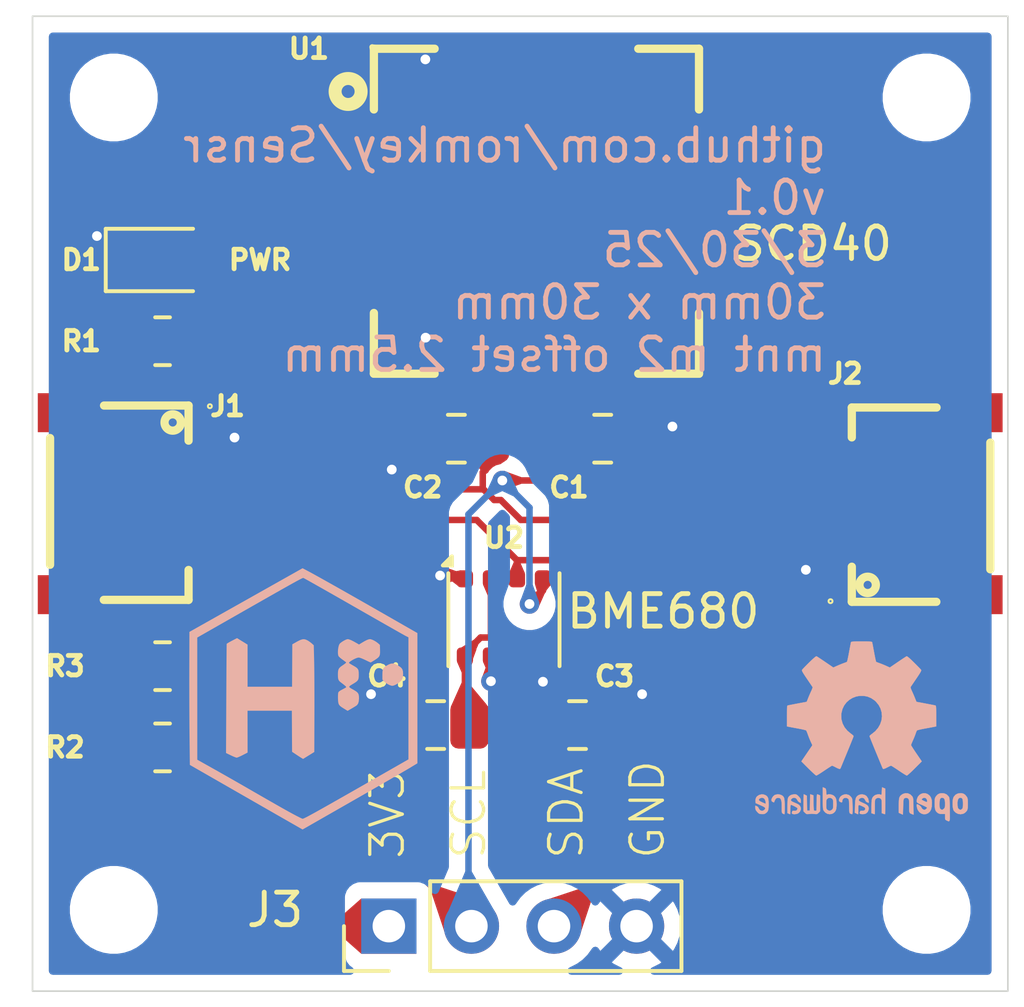
<source format=kicad_pcb>
(kicad_pcb (version 20241229) (generator "pcbnew") (generator_version "9.0")
  (layers (0 "F.Cu" signal) (2 "B.Cu" signal) (13 "F.Paste" user) (15 "B.Paste" user) (5 "F.SilkS" user "F.Silkscreen") (7 "B.SilkS" user "B.Silkscreen") (1 "F.Mask" user) (3 "B.Mask" user) (25 "Edge.Cuts" user))
  (net 0 "")
  (net 1 "GND")
  (net 2 "+3.3V")
  (net 3 "+3V3")
  (net 4 "Net-(D1-A)")
  (net 5 "/SCL")
  (net 7 "/SDA")
  (footprint "Resistor_SMD:R_0805_2012Metric_Pad1.20x1.40mm_HandSolder" (layer "F.Cu") (at 24 40)
    (property "Reference" "R3" (at -3 0 0) (layer "F.SilkS") (effects (font (size 0.6 0.6))))
    (property "Value" "4.7K" (hide yes))
    (pad "1" smd roundrect (at -1 0) (size 1.2 1.4) (layers "F.Cu" "F.Mask" "F.Paste") (roundrect_rratio 0.208333) (net 3 "+3V3"))
    (pad "2" smd roundrect (at 1 0) (size 1.2 1.4) (layers "F.Cu" "F.Mask" "F.Paste") (roundrect_rratio 0.208333) (net 7 "/SDA"))
  )
  (footprint "Package_LGA:Bosch_LGA-8_3x3mm_P0.8mm_ClockwisePinNumbering" (layer "F.Cu") (at 34.5 38.5)
    (property "Reference" "U2" (at 0 -2.45 0) (layer "F.SilkS") (effects (font (size 0.6 0.6))))
    (property "Value" "BME680" (at 4.9 -0.1875 0) (layer "F.SilkS"))
    (pad "1" smd roundrect (at -1.2 -1.1875) (size 0.5 0.525) (layers "F.Cu" "F.Mask" "F.Paste") (net 1 "GND"))
    (pad "2" smd roundrect (at -0.4 -1.1875) (size 0.5 0.525) (layers "F.Cu" "F.Mask" "F.Paste") (net 2 "+3.3V"))
    (pad "3" smd roundrect (at 0.4 -1.1875) (size 0.5 0.525) (layers "F.Cu" "F.Mask" "F.Paste") (net 7 "/SDA"))
    (pad "4" smd roundrect (at 1.2 -1.1875) (size 0.5 0.525) (layers "F.Cu" "F.Mask" "F.Paste") (net 5 "/SCL"))
    (pad "5" smd roundrect (at 1.2 1.1875) (size 0.5 0.525) (layers "F.Cu" "F.Mask" "F.Paste") (net 1 "GND"))
    (pad "6" smd roundrect (at 0.4 1.1875) (size 0.5 0.525) (layers "F.Cu" "F.Mask" "F.Paste") (net 2 "+3.3V"))
    (pad "7" smd roundrect (at -0.4 1.1875) (size 0.5 0.525) (layers "F.Cu" "F.Mask" "F.Paste") (net 1 "GND"))
    (pad "8" smd roundrect (at -1.2 1.1875) (size 0.5 0.525) (layers "F.Cu" "F.Mask" "F.Paste") (net 2 "+3.3V"))
  )
  (footprint "MountingHole:MountingHole_2.2mm_M2" (layer "F.Cu") (at 22.5 22.5)
    (property "Reference" "M1" (hide yes))
    (property "Value" "MountingHole_2.2mm_M2" (hide yes))
    (pad "" np_thru_hole circle (at 0 0) (size 2.2 2.2) (drill 2.2) (layers "*.Cu" "*.Mask"))
  )
  (footprint "footprint:LGA-20_L10.1-W10.1-P1.25-TL" (layer "F.Cu") (at 35.5 26)
    (property "Reference" "U1" (at -7 -5 0) (layer "F.SilkS") (effects (font (size 0.6 0.6))))
    (property "Value" "SCD40" (at 8.5 1 0) (layer "F.SilkS"))
    (pad "1" smd rect (at -4.350089 -2.500102) (size 2.2 0.8) (layers "F.Cu" "F.Mask" "F.Paste"))
    (pad "2" smd rect (at -4.350089 -1.249911) (size 2.2 0.8) (layers "F.Cu" "F.Mask" "F.Paste"))
    (pad "3" smd rect (at -4.350089 0.000025) (size 2.2 0.8) (layers "F.Cu" "F.Mask" "F.Paste"))
    (pad "4" smd rect (at -4.350089 1.249962) (size 2.2 0.8) (layers "F.Cu" "F.Mask" "F.Paste"))
    (pad "5" smd rect (at -4.350089 2.499898) (size 2.2 0.8) (layers "F.Cu" "F.Mask" "F.Paste"))
    (pad "6" smd rect (at -2.499949 4.350038 90) (size 2.2 0.8) (layers "F.Cu" "F.Mask" "F.Paste") (net 1 "GND"))
    (pad "7" smd rect (at -1.250013 4.350038 90) (size 2.2 0.8) (layers "F.Cu" "F.Mask" "F.Paste") (net 3 "+3V3"))
    (pad "8" smd rect (at -0.000076 4.350038 90) (size 2.2 0.8) (layers "F.Cu" "F.Mask" "F.Paste"))
    (pad "9" smd rect (at 1.250114 4.350038 90) (size 2.2 0.8) (layers "F.Cu" "F.Mask" "F.Paste") (net 5 "/SCL"))
    (pad "10" smd rect (at 2.500051 4.350038 90) (size 2.2 0.8) (layers "F.Cu" "F.Mask" "F.Paste") (net 7 "/SDA"))
    (pad "11" smd rect (at 4.349936 2.499898 180) (size 2.2 0.8) (layers "F.Cu" "F.Mask" "F.Paste"))
    (pad "12" smd rect (at 4.349936 1.249962 180) (size 2.2 0.8) (layers "F.Cu" "F.Mask" "F.Paste"))
    (pad "13" smd rect (at 4.349936 0.000025 180) (size 2.2 0.8) (layers "F.Cu" "F.Mask" "F.Paste"))
    (pad "14" smd rect (at 4.349936 -1.249911 180) (size 2.2 0.8) (layers "F.Cu" "F.Mask" "F.Paste"))
    (pad "15" smd rect (at 4.349936 -2.500102 180) (size 2.2 0.8) (layers "F.Cu" "F.Mask" "F.Paste"))
    (pad "16" smd rect (at 2.500051 -4.349987 270) (size 2.2 0.8) (layers "F.Cu" "F.Mask" "F.Paste"))
    (pad "17" smd rect (at 1.250114 -4.349987 270) (size 2.2 0.8) (layers "F.Cu" "F.Mask" "F.Paste"))
    (pad "18" smd rect (at -0.000076 -4.349987 270) (size 2.2 0.8) (layers "F.Cu" "F.Mask" "F.Paste"))
    (pad "19" smd rect (at -1.250013 -4.349987 270) (size 2.2 0.8) (layers "F.Cu" "F.Mask" "F.Paste") (net 3 "+3V3"))
    (pad "20" smd rect (at -2.499949 -4.349987 270) (size 2.2 0.8) (layers "F.Cu" "F.Mask" "F.Paste") (net 1 "GND"))
    (pad "21" smd rect (at -0.000076 0.000025 270) (size 4.8 4.8) (layers "F.Cu" "F.Mask" "F.Paste") (net 1 "GND"))
  )
  (footprint "MountingHole:MountingHole_2.2mm_M2" (layer "F.Cu") (at 47.5 47.5)
    (property "Reference" "M4" (hide yes))
    (property "Value" "MountingHole_2.2mm_M2" (hide yes))
    (pad "" np_thru_hole circle (at 0 0) (size 2.2 2.2) (drill 2.2) (layers "*.Cu" "*.Mask"))
  )
  (footprint "Capacitor_SMD:C_0805_2012Metric_Pad1.18x1.45mm_HandSolder" (layer "F.Cu") (at 32.4 41.8125 180)
    (property "Reference" "C4" (at 1.5 1.5 0) (layer "F.SilkS") (effects (font (size 0.6 0.6))))
    (property "Value" "10µF" (hide yes))
    (pad "1" smd roundrect (at -1.0375 0 180) (size 1.175 1.45) (layers "F.Cu" "F.Mask" "F.Paste") (roundrect_rratio 0.212766) (net 2 "+3.3V"))
    (pad "2" smd roundrect (at 1.0375 0 180) (size 1.175 1.45) (layers "F.Cu" "F.Mask" "F.Paste") (roundrect_rratio 0.212766) (net 1 "GND"))
  )
  (footprint "MountingHole:MountingHole_2.2mm_M2" (layer "F.Cu") (at 47.5 22.5)
    (property "Reference" "M2" (hide yes))
    (property "Value" "MountingHole_2.2mm_M2" (hide yes))
    (pad "" np_thru_hole circle (at 0 0) (size 2.2 2.2) (drill 2.2) (layers "*.Cu" "*.Mask"))
  )
  (footprint "Capacitor_SMD:C_0805_2012Metric_Pad1.18x1.45mm_HandSolder" (layer "F.Cu") (at 37.5375 33)
    (property "Reference" "C1" (at -1.0375 1.5 0) (layer "F.SilkS") (effects (font (size 0.6 0.6))))
    (property "Value" "100nF" (hide yes))
    (pad "1" smd roundrect (at -1.0375 0) (size 1.175 1.45) (layers "F.Cu" "F.Mask" "F.Paste") (roundrect_rratio 0.212766) (net 3 "+3V3"))
    (pad "2" smd roundrect (at 1.0375 0) (size 1.175 1.45) (layers "F.Cu" "F.Mask" "F.Paste") (roundrect_rratio 0.212766) (net 1 "GND"))
  )
  (footprint "Resistor_SMD:R_0805_2012Metric_Pad1.20x1.40mm_HandSolder" (layer "F.Cu") (at 24 30)
    (property "Reference" "R1" (at -2.5 0 0) (layer "F.SilkS") (effects (font (size 0.6 0.6))))
    (property "Value" "10K" (hide yes))
    (pad "1" smd roundrect (at -1 0) (size 1.2 1.4) (layers "F.Cu" "F.Mask" "F.Paste") (roundrect_rratio 0.208333) (net 3 "+3V3"))
    (pad "2" smd roundrect (at 1 0) (size 1.2 1.4) (layers "F.Cu" "F.Mask" "F.Paste") (roundrect_rratio 0.208333) (net 4 "Net-(D1-A)"))
  )
  (footprint "MountingHole:MountingHole_2.2mm_M2" (layer "F.Cu") (at 22.5 47.5)
    (property "Reference" "M3" (hide yes))
    (property "Value" "MountingHole_2.2mm_M2" (hide yes))
    (pad "" np_thru_hole circle (at 0 0) (size 2.2 2.2) (drill 2.2) (layers "*.Cu" "*.Mask"))
  )
  (footprint "LED_SMD:LED_0805_2012Metric" (layer "F.Cu") (at 23.9375 27.5)
    (property "Reference" "D1" (at -2.4375 0 0) (layer "F.SilkS") (effects (font (size 0.6 0.6))))
    (property "Value" "PWR" (at 3.0625 0 0) (layer "F.SilkS") (effects (font (size 0.6 0.6))))
    (pad "1" smd roundrect (at -0.9375 0) (size 0.975 1.4) (layers "F.Cu" "F.Mask" "F.Paste") (net 1 "GND"))
    (pad "2" smd roundrect (at 0.9375 0) (size 0.975 1.4) (layers "F.Cu" "F.Mask" "F.Paste") (net 4 "Net-(D1-A)"))
  )
  (footprint "Resistor_SMD:R_0805_2012Metric_Pad1.20x1.40mm_HandSolder" (layer "F.Cu") (at 24 42.5)
    (property "Reference" "R2" (at -3 0 0) (layer "F.SilkS") (effects (font (size 0.6 0.6))))
    (property "Value" "4.7K" (hide yes))
    (pad "1" smd roundrect (at -1 0) (size 1.2 1.4) (layers "F.Cu" "F.Mask" "F.Paste") (roundrect_rratio 0.208333) (net 3 "+3V3"))
    (pad "2" smd roundrect (at 1 0) (size 1.2 1.4) (layers "F.Cu" "F.Mask" "F.Paste") (roundrect_rratio 0.208333) (net 5 "/SCL"))
  )
  (footprint "Capacitor_SMD:C_0805_2012Metric_Pad1.18x1.45mm_HandSolder" (layer "F.Cu") (at 33.0375 33 180)
    (property "Reference" "C2" (at 1.0375 -1.5 0) (layer "F.SilkS") (effects (font (size 0.6 0.6))))
    (property "Value" "10µF" (hide yes))
    (pad "1" smd roundrect (at -1.0375 0 180) (size 1.175 1.45) (layers "F.Cu" "F.Mask" "F.Paste") (roundrect_rratio 0.212766) (net 3 "+3V3"))
    (pad "2" smd roundrect (at 1.0375 0 180) (size 1.175 1.45) (layers "F.Cu" "F.Mask" "F.Paste") (roundrect_rratio 0.212766) (net 1 "GND"))
  )
  (footprint "Capacitor_SMD:C_0805_2012Metric_Pad1.18x1.45mm_HandSolder" (layer "F.Cu") (at 36.7625 41.8125)
    (property "Reference" "C3" (at 1.1375 -1.5 0) (layer "F.SilkS") (effects (font (size 0.6 0.6))))
    (property "Value" "47nF" (hide yes))
    (pad "1" smd roundrect (at -1.0375 0) (size 1.175 1.45) (layers "F.Cu" "F.Mask" "F.Paste") (roundrect_rratio 0.212766) (net 2 "+3.3V"))
    (pad "2" smd roundrect (at 1.0375 0) (size 1.175 1.45) (layers "F.Cu" "F.Mask" "F.Paste") (roundrect_rratio 0.212766) (net 1 "GND"))
  )
  (footprint "footprint:CONN-SMD_4P-P1.00_SM04B-SRSS-TB-LF-SN" (layer "F.Cu") (at 23 35 -90)
    (property "Reference" "J1" (at -3 -3 0) (layer "F.SilkS") (effects (font (size 0.6 0.6))))
    (property "Value" "SM04B-SRSS-TB_(LF)(SN)" (hide yes))
    (pad "1" smd rect (at -1.499873 -1.938024 270) (size 0.6 1.550013) (layers "F.Cu" "F.Mask" "F.Paste") (net 1 "GND"))
    (pad "2" smd rect (at -0.499873 -1.938024 270) (size 0.6 1.550013) (layers "F.Cu" "F.Mask" "F.Paste") (net 3 "+3V3"))
    (pad "3" smd rect (at 0.500381 -1.937516 270) (size 0.6 1.550013) (layers "F.Cu" "F.Mask" "F.Paste") (net 7 "/SDA"))
    (pad "4" smd rect (at 1.500381 -1.937516 270) (size 0.6 1.550013) (layers "F.Cu" "F.Mask" "F.Paste") (net 5 "/SCL"))
    (pad "5" smd rect (at 2.800102 1.938024 270) (size 1.2 1.8) (layers "F.Cu" "F.Mask" "F.Paste"))
    (pad "6" smd rect (at -2.800102 1.937516 270) (size 1.2 1.8) (layers "F.Cu" "F.Mask" "F.Paste"))
  )
  (footprint "footprint:CONN-SMD_4P-P1.00_SM04B-SRSS-TB-LF-SN" (layer "F.Cu") (at 47 35 90)
    (property "Reference" "J2" (at 4 -2 0) (layer "F.SilkS") (effects (font (size 0.6 0.6))))
    (property "Value" "SM04B-SRSS-TB_(LF)(SN)" (hide yes))
    (pad "1" smd rect (at -1.499873 -1.938024 90) (size 0.6 1.550013) (layers "F.Cu" "F.Mask" "F.Paste") (net 1 "GND"))
    (pad "2" smd rect (at -0.499873 -1.938024 90) (size 0.6 1.550013) (layers "F.Cu" "F.Mask" "F.Paste") (net 3 "+3V3"))
    (pad "3" smd rect (at 0.500381 -1.937516 90) (size 0.6 1.550013) (layers "F.Cu" "F.Mask" "F.Paste") (net 7 "/SDA"))
    (pad "4" smd rect (at 1.500381 -1.937516 90) (size 0.6 1.550013) (layers "F.Cu" "F.Mask" "F.Paste") (net 5 "/SCL"))
    (pad "5" smd rect (at 2.800102 1.938024 90) (size 1.2 1.8) (layers "F.Cu" "F.Mask" "F.Paste"))
    (pad "6" smd rect (at -2.800102 1.937516 90) (size 1.2 1.8) (layers "F.Cu" "F.Mask" "F.Paste"))
  )
  (footprint "Connector_PinHeader_2.54mm:PinHeader_1x04_P2.54mm_Vertical" (layer "F.Cu") (at 30.96 48 90)
    (property "Reference" "J3" (at 0.5 -3.5 0) (layer "F.SilkS"))
    (property "Value" "Conn_01x04_Pin" (hide yes))
    (pad "1" thru_hole rect (at 0 0 90) (size 1.7 1.7) (drill 1) (layers "*.Cu" "*.Mask") (net 3 "+3V3"))
    (pad "2" thru_hole circle (at 0 2.54 90) (size 1.7 1.7) (drill 1) (layers "*.Cu" "*.Mask") (net 5 "/SCL"))
    (pad "3" thru_hole circle (at 0 5.08 90) (size 1.7 1.7) (drill 1) (layers "*.Cu" "*.Mask") (net 7 "/SDA"))
    (pad "4" thru_hole circle (at 0 7.62 90) (size 1.7 1.7) (drill 1) (layers "*.Cu" "*.Mask") (net 1 "GND"))
  )
  (footprint "1myFootprints:CTRLH Logo" (layer "B.Cu") (at 28.5 41 180)
    (property "Reference" "REF**" (hide yes))
    (property "Value" "CTRLH Logo" (hide yes))
  )
  (footprint "1myFootprints:OSHW-Logo2_7.3x6mm_SilkScreen" (layer "B.Cu") (at 45.5 42 180)
    (property "Reference" "REF**" (hide yes))
    (property "Value" "OSHW-Logo2_7.3x6mm_SilkScreen" (hide yes))
  )
  (gr_rect (start 20 20) (end 50 50) (stroke (width 0.05)) (fill no) (layer "Edge.Cuts"))
  (gr_text "3V3" (at 31.5 46 90) (layer "F.SilkS") (effects (font (size 1 1) (thickness 0.1)) (justify left bottom)))
  (gr_text "SDA" (at 37 46 90) (layer "F.SilkS") (effects (font (size 1 1) (thickness 0.1)) (justify left bottom)))
  (gr_text "GND\n" (at 39.5 46 90) (layer "F.SilkS") (effects (font (size 1 1) (thickness 0.1)) (justify left bottom)))
  (gr_text "SCL" (at 34 46 90) (layer "F.SilkS") (effects (font (size 1 1) (thickness 0.1)) (justify left bottom)))
  (gr_text "github.com/romkey/Sensr\nv0.1\n3/30/25\n30mm x 30mm\nmnt m2 offset 2.5mm" (at 44.5 31 -0) (layer "B.SilkS") (effects (font (size 1 1)) (justify left bottom mirror)))
  (segment (start 32.091 29.8907) (end 32.5408 29.8907) (width 0.2) (layer "F.Cu") (net 1))
  (segment (start 38.9494 32.6256) (end 38.575 33) (width 0.2) (layer "F.Cu") (net 1))
  (segment (start 43.9853 36.8354) (end 43.9853 36.4999) (width 0.2) (layer "F.Cu") (net 1))
  (segment (start 34.1 39.6875) (end 34.1 40.463) (width 0.2) (layer "F.Cu") (net 1))
  (segment (start 43.7863 37.0344) (end 43.9853 36.8354) (width 0.2) (layer "F.Cu") (net 1))
  (segment (start 32.5408 29.8907) (end 35.4999 26.9316) (width 0.2) (layer "F.Cu") (net 1))
  (segment (start 33.1991 37.2116) (end 33.3 37.3125) (width 0.2) (layer "F.Cu") (net 1))
  (segment (start 45.062 36.4999) (end 43.9853 36.4999) (width 0.2) (layer "F.Cu") (net 1))
  (segment (start 38.75 40.8625) (end 37.8 41.8125) (width 0.2) (layer "F.Cu") (net 1))
  (segment (start 32.0835 21.3275) (end 32.6776 21.3275) (width 0.2) (layer "F.Cu") (net 1))
  (segment (start 24.938 33.5001) (end 26.0147 33.5001) (width 0.2) (layer "F.Cu") (net 1))
  (segment (start 22.2632 26.7632) (end 23 27.5) (width 0.2) (layer "F.Cu") (net 1))
  (segment (start 21.9813 26.7632) (end 22.2632 26.7632) (width 0.2) (layer "F.Cu") (net 1))
  (segment (start 26.2138 32.9652) (end 26.0147 33.1643) (width 0.2) (layer "F.Cu") (net 1))
  (segment (start 26.0147 33.1643) (end 26.0147 33.5001) (width 0.2) (layer "F.Cu") (net 1))
  (segment (start 32.6776 21.3275) (end 33.0001 21.65) (width 0.2) (layer "F.Cu") (net 1))
  (segment (start 35.4999 26.9316) (end 35.4999 26) (width 0.2) (layer "F.Cu") (net 1))
  (segment (start 35.7 39.6875) (end 35.7 40.4793) (width 0.2) (layer "F.Cu") (net 1))
  (segment (start 32.5367 37.2116) (end 33.1991 37.2116) (width 0.2) (layer "F.Cu") (net 1))
  (segment (start 31.0498 33.9502) (end 32 33) (width 0.2) (layer "F.Cu") (net 1))
  (segment (start 39.6827 32.6256) (end 38.9494 32.6256) (width 0.2) (layer "F.Cu") (net 1))
  (segment (start 32.5408 29.8907) (end 33.0001 30.35) (width 0.2) (layer "F.Cu") (net 1))
  (segment (start 30.4125 40.8625) (end 31.3625 41.8125) (width 0.2) (layer "F.Cu") (net 1))
  (via (at 34.1 40.463) (size 0.6) (drill 0.3) (layers "F.Cu" "B.Cu") (net 1))
  (via (at 35.7 40.4793) (size 0.6) (drill 0.3) (layers "F.Cu" "B.Cu") (net 1))
  (via (at 38.75 40.8625) (size 0.6) (drill 0.3) (layers "F.Cu" "B.Cu") (net 1))
  (via (at 31.0498 33.9502) (size 0.6) (drill 0.3) (layers "F.Cu" "B.Cu") (net 1))
  (via (at 43.7863 37.0344) (size 0.6) (drill 0.3) (layers "F.Cu" "B.Cu") (net 1))
  (via (at 32.5367 37.2116) (size 0.6) (drill 0.3) (layers "F.Cu" "B.Cu") (net 1))
  (via (at 21.9813 26.7632) (size 0.6) (drill 0.3) (layers "F.Cu" "B.Cu") (net 1))
  (via (at 32.0835 21.3275) (size 0.6) (drill 0.3) (layers "F.Cu" "B.Cu") (net 1))
  (via (at 26.2138 32.9652) (size 0.6) (drill 0.3) (layers "F.Cu" "B.Cu") (net 1))
  (via (at 39.6827 32.6256) (size 0.6) (drill 0.3) (layers "F.Cu" "B.Cu") (net 1))
  (via (at 32.091 29.8907) (size 0.6) (drill 0.3) (layers "F.Cu" "B.Cu") (net 1))
  (via (at 30.4125 40.8625) (size 0.6) (drill 0.3) (layers "F.Cu" "B.Cu") (net 1))
  (segment (start 33.3 39.6875) (end 33.3 41.675) (width 0.2) (layer "F.Cu") (net 2))
  (segment (start 34.1 39.1193) (end 33.7805 39.1193) (width 0.2) (layer "F.Cu") (net 2))
  (segment (start 34.4678 39.1193) (end 34.1 39.1193) (width 0.2) (layer "F.Cu") (net 2))
  (segment (start 33.7805 39.1193) (end 33.3 39.5998) (width 0.2) (layer "F.Cu") (net 2))
  (segment (start 34.9 39.6875) (end 34.9 39.5515) (width 0.2) (layer "F.Cu") (net 2))
  (segment (start 34.1 39.1193) (end 34.1 37.3125) (width 0.2) (layer "F.Cu") (net 2))
  (segment (start 35.725 41.8125) (end 33.4375 41.8125) (width 0.2) (layer "F.Cu") (net 2))
  (segment (start 34.9 39.5515) (end 34.4678 39.1193) (width 0.2) (layer "F.Cu") (net 2))
  (segment (start 33.3 39.5998) (end 33.3 39.6875) (width 0.2) (layer "F.Cu") (net 2))
  (segment (start 33.3 41.675) (end 33.4375 41.8125) (width 0.2) (layer "F.Cu") (net 2))
  (segment (start 34.25 32.825) (end 34.25 30.35) (width 0.2) (layer "F.Cu") (net 3))
  (segment (start 34.25 21.65) (end 34.25 23.0517) (width 0.2) (layer "F.Cu") (net 3))
  (segment (start 34.2011 34.8879) (end 34.4053 34.8879) (width 0.2) (layer "F.Cu") (net 3))
  (segment (start 33.8485 34.5353) (end 33.8708 34.5576) (width 0.2) (layer "F.Cu") (net 3))
  (segment (start 34.075 33.8106) (end 33.8485 34.0371) (width 0.2) (layer "F.Cu") (net 3))
  (segment (start 37.7783 28.9483) (end 34.25 28.9483) (width 0.2) (layer "F.Cu") (net 3))
  (segment (start 38.2016 23.475) (end 38.2016 28.525) (width 0.2) (layer "F.Cu") (net 3))
  (segment (start 28.5 48) (end 30.96 48) (width 0.2) (layer "F.Cu") (net 3))
  (segment (start 24.938 34.5001) (end 26.0147 34.5001) (width 0.2) (layer "F.Cu") (net 3))
  (segment (start 23 40) (end 23 35.3614) (width 0.2) (layer "F.Cu") (net 3))
  (segment (start 24.938 34.5001) (end 23.8613 34.5001) (width 0.2) (layer "F.Cu") (net 3))
  (segment (start 23 33.6388) (end 23.8613 34.5001) (width 0.2) (layer "F.Cu") (net 3))
  (segment (start 34.25 32.825) (end 34.075 33) (width 0.2) (layer "F.Cu") (net 3))
  (segment (start 34.25 32.825) (end 36.325 32.825) (width 0.2) (layer "F.Cu") (net 3))
  (segment (start 33.8485 34.0371) (end 33.8485 34.5353) (width 0.2) (layer "F.Cu") (net 3))
  (segment (start 23 30) (end 23 33.6388) (width 0.2) (layer "F.Cu") (net 3))
  (segment (start 36.325 32.825) (end 36.5 33) (width 0.2) (layer "F.Cu") (net 3))
  (segment (start 38.2016 28.525) (end 37.7783 28.9483) (width 0.2) (layer "F.Cu") (net 3))
  (segment (start 34.25 23.0517) (end 37.7783 23.0517) (width 0.2) (layer "F.Cu") (net 3))
  (segment (start 26.0147 34.5001) (end 26.0722 34.5576) (width 0.2) (layer "F.Cu") (net 3))
  (segment (start 37.7783 23.0517) (end 38.2016 23.475) (width 0.2) (layer "F.Cu") (net 3))
  (segment (start 34.4053 34.8879) (end 35.0173 35.4999) (width 0.2) (layer "F.Cu") (net 3))
  (segment (start 23 40) (end 23 42.5) (width 0.2) (layer "F.Cu") (net 3))
  (segment (start 35.0173 35.4999) (end 45.062 35.4999) (width 0.2) (layer "F.Cu") (net 3))
  (segment (start 26.0722 34.5576) (end 33.8708 34.5576) (width 0.2) (layer "F.Cu") (net 3))
  (segment (start 34.075 33) (end 34.075 33.8106) (width 0.2) (layer "F.Cu") (net 3))
  (segment (start 33.8708 34.5576) (end 34.2011 34.8879) (width 0.2) (layer "F.Cu") (net 3))
  (segment (start 34.25 30.35) (end 34.25 28.9483) (width 0.2) (layer "F.Cu") (net 3))
  (segment (start 23 35.3614) (end 23.8613 34.5001) (width 0.2) (layer "F.Cu") (net 3))
  (segment (start 23 42.5) (end 28.5 48) (width 0.2) (layer "F.Cu") (net 3))
  (segment (start 24.875 27.5) (end 25 27.625) (width 0.2) (layer "F.Cu") (net 4))
  (segment (start 25 27.625) (end 25 30) (width 0.2) (layer "F.Cu") (net 4))
  (segment (start 36.7501 30.35) (end 36.7501 31.7517) (width 0.2) (layer "F.Cu") (net 5))
  (segment (start 39.6694 33.4996) (end 39.1413 34.0277) (width 0.2) (layer "F.Cu") (net 5))
  (segment (start 45.0625 33.4996) (end 39.6694 33.4996) (width 0.2) (layer "F.Cu") (net 5))
  (segment (start 35.7 37.6738) (end 35.2865 38.0873) (width 0.2) (layer "F.Cu") (net 5))
  (segment (start 35.7 37.3125) (end 35.7 37.6738) (width 0.2) (layer "F.Cu") (net 5))
  (segment (start 37.1248 34.2862) (end 37.6791 33.7319) (width 0.2) (layer "F.Cu") (net 5))
  (segment (start 37.6791 33.7319) (end 37.6791 32.4933) (width 0.2) (layer "F.Cu") (net 5))
  (segment (start 26.0142 36.5004) (end 26.0142 41.4858) (width 0.2) (layer "F.Cu") (net 5))
  (segment (start 34.4502 34.2862) (end 37.1248 34.2862) (width 0.2) (layer "F.Cu") (net 5))
  (segment (start 26.0142 41.4858) (end 25 42.5) (width 0.2) (layer "F.Cu") (net 5))
  (segment (start 28 42.5) (end 33.5 48) (width 0.2) (layer "F.Cu") (net 5))
  (segment (start 36.9375 31.7517) (end 36.7501 31.7517) (width 0.2) (layer "F.Cu") (net 5))
  (segment (start 24.9375 36.5004) (end 26.0142 36.5004) (width 0.2) (layer "F.Cu") (net 5))
  (segment (start 39.1413 34.0277) (end 37.9749 34.0277) (width 0.2) (layer "F.Cu") (net 5))
  (segment (start 37.6791 32.4933) (end 36.9375 31.7517) (width 0.2) (layer "F.Cu") (net 5))
  (segment (start 25 42.5) (end 28 42.5) (width 0.2) (layer "F.Cu") (net 5))
  (segment (start 37.9749 34.0277) (end 37.6791 33.7319) (width 0.2) (layer "F.Cu") (net 5))
  (via (at 34.4502 34.2862) (size 0.6) (drill 0.3) (layers "F.Cu" "B.Cu") (net 5))
  (via (at 35.2865 38.0873) (size 0.6) (drill 0.3) (layers "F.Cu" "B.Cu") (net 5))
  (segment (start 33.4092 47.9092) (end 33.4092 35.3272) (width 0.2) (layer "B.Cu") (net 5))
  (segment (start 35.2865 35.1225) (end 35.2865 38.0873) (width 0.2) (layer "B.Cu") (net 5))
  (segment (start 33.4092 35.3272) (end 34.4502 34.2862) (width 0.2) (layer "B.Cu") (net 5))
  (segment (start 34.4502 34.2862) (end 35.2865 35.1225) (width 0.2) (layer "B.Cu") (net 5))
  (segment (start 33.5 48) (end 33.4092 47.9092) (width 0.2) (layer "B.Cu") (net 5))
  (segment (start 46.1392 33.0263) (end 46.1392 34.4996) (width 0.2) (layer "F.Cu") (net 7))
  (segment (start 44.8646 31.7517) (end 46.1392 33.0263) (width 0.2) (layer "F.Cu") (net 7))
  (segment (start 34.9 36.7382) (end 34.9 37.3125) (width 0.2) (layer "F.Cu") (net 7))
  (segment (start 46.1392 36.9979) (end 46.1392 34.4996) (width 0.2) (layer "F.Cu") (net 7))
  (segment (start 43.4416 37.6552) (end 43.4416 40.5984) (width 0.2) (layer "F.Cu") (net 7))
  (segment (start 25 40) (end 23.8608 38.8608) (width 0.2) (layer "F.Cu") (net 7))
  (segment (start 33.6622 35.5004) (end 34.9 36.7382) (width 0.2) (layer "F.Cu") (net 7))
  (segment (start 45.4819 37.6552) (end 46.1392 36.9979) (width 0.2) (layer "F.Cu") (net 7))
  (segment (start 24.9375 35.5004) (end 33.6622 35.5004) (width 0.2) (layer "F.Cu") (net 7))
  (segment (start 43.4416 37.6552) (end 45.4819 37.6552) (width 0.2) (layer "F.Cu") (net 7))
  (segment (start 38.0001 30.35) (end 38.0001 31.7517) (width 0.2) (layer "F.Cu") (net 7))
  (segment (start 23.8608 38.8608) (end 23.8608 35.5004) (width 0.2) (layer "F.Cu") (net 7))
  (segment (start 42.5246 36.7382) (end 43.4416 37.6552) (width 0.2) (layer "F.Cu") (net 7))
  (segment (start 34.9 36.7382) (end 42.5246 36.7382) (width 0.2) (layer "F.Cu") (net 7))
  (segment (start 43.4416 40.5984) (end 36.04 48) (width 0.2) (layer "F.Cu") (net 7))
  (segment (start 38.0001 31.7517) (end 44.8646 31.7517) (width 0.2) (layer "F.Cu") (net 7))
  (segment (start 24.9375 35.5004) (end 23.8608 35.5004) (width 0.2) (layer "F.Cu") (net 7))
  (segment (start 45.0625 34.4996) (end 46.1392 34.4996) (width 0.2) (layer "F.Cu") (net 7))
  (zone (net 1) (net_name "GND") (layer "B.Cu") (connect_pads (clearance 0.5)) (min_thickness 0.25) (fill yes (thermal_gap 0.5) (thermal_bridge_width 0.5))
    (polygon (pts (xy 50.5 19.5) (xy 50.5 50.5) (xy 19 50.5) (xy 19 19.5)))
  )
)
</source>
